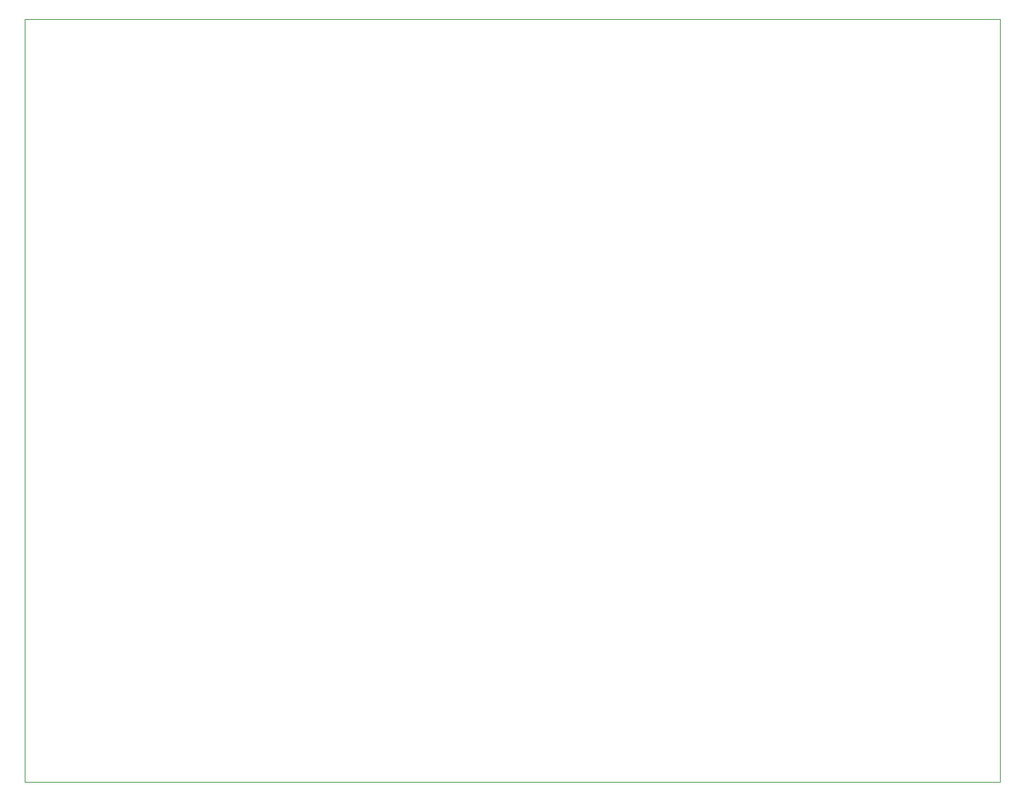
<source format=gbr>
G04 #@! TF.GenerationSoftware,KiCad,Pcbnew,(5.1.2-1)-1*
G04 #@! TF.CreationDate,2021-12-03T18:04:06-05:00*
G04 #@! TF.ProjectId,TMP76C75T,544d5037-3643-4373-9554-2e6b69636164,rev?*
G04 #@! TF.SameCoordinates,Original*
G04 #@! TF.FileFunction,Profile,NP*
%FSLAX46Y46*%
G04 Gerber Fmt 4.6, Leading zero omitted, Abs format (unit mm)*
G04 Created by KiCad (PCBNEW (5.1.2-1)-1) date 2021-12-03 18:04:06*
%MOMM*%
%LPD*%
G04 APERTURE LIST*
%ADD10C,0.050000*%
G04 APERTURE END LIST*
D10*
X83820000Y-143510000D02*
X200660000Y-143510000D01*
X200660000Y-52070000D02*
X83820000Y-52070000D01*
X200660000Y-52070000D02*
X200660000Y-143510000D01*
X83820000Y-52070000D02*
X83820000Y-143510000D01*
M02*

</source>
